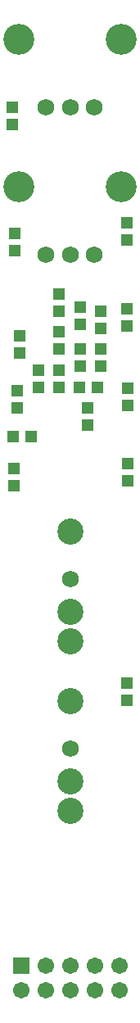
<source format=gbs>
G04 Layer_Color=16711935*
%FSLAX25Y25*%
%MOIN*%
G70*
G01*
G75*
%ADD41R,0.05131X0.05131*%
%ADD44C,0.06800*%
%ADD45C,0.10642*%
%ADD46C,0.12611*%
%ADD47C,0.06706*%
%ADD48R,0.06706X0.06706*%
%ADD49R,0.05131X0.05131*%
D41*
X51000Y222043D02*
D03*
Y214957D02*
D03*
X6000Y251587D02*
D03*
Y244500D02*
D03*
X40000Y276957D02*
D03*
Y284043D02*
D03*
X51000Y252543D02*
D03*
Y245457D02*
D03*
X31500Y278413D02*
D03*
Y285500D02*
D03*
X7000Y266957D02*
D03*
Y274043D02*
D03*
X14500Y252957D02*
D03*
Y260043D02*
D03*
X34500Y244543D02*
D03*
Y237457D02*
D03*
X23000Y260043D02*
D03*
Y252957D02*
D03*
Y275543D02*
D03*
Y268457D02*
D03*
X23000Y291043D02*
D03*
Y283957D02*
D03*
X5000Y308457D02*
D03*
Y315543D02*
D03*
X50500Y312957D02*
D03*
Y320043D02*
D03*
X4000Y359957D02*
D03*
Y367043D02*
D03*
X50500Y285043D02*
D03*
Y277957D02*
D03*
X31500Y261457D02*
D03*
Y268543D02*
D03*
X40000Y268543D02*
D03*
Y261457D02*
D03*
X50500Y132543D02*
D03*
Y125457D02*
D03*
X4500Y212957D02*
D03*
Y220043D02*
D03*
D44*
X27500Y106000D02*
D03*
Y366941D02*
D03*
X17658D02*
D03*
X37343D02*
D03*
X27500Y175000D02*
D03*
Y306941D02*
D03*
X17658D02*
D03*
X37343D02*
D03*
D45*
X27500Y125370D02*
D03*
Y92693D02*
D03*
Y80488D02*
D03*
Y194370D02*
D03*
Y161693D02*
D03*
Y149488D02*
D03*
D46*
X48366Y394500D02*
D03*
X6634D02*
D03*
X48366Y334500D02*
D03*
X6634D02*
D03*
D47*
X47500Y7500D02*
D03*
Y17500D02*
D03*
X37500Y7500D02*
D03*
Y17500D02*
D03*
X27500Y7500D02*
D03*
Y17500D02*
D03*
X17500Y7500D02*
D03*
Y17500D02*
D03*
X7500Y7500D02*
D03*
D48*
Y17500D02*
D03*
D49*
X31457Y253000D02*
D03*
X38543D02*
D03*
X4457Y233000D02*
D03*
X11543D02*
D03*
M02*

</source>
